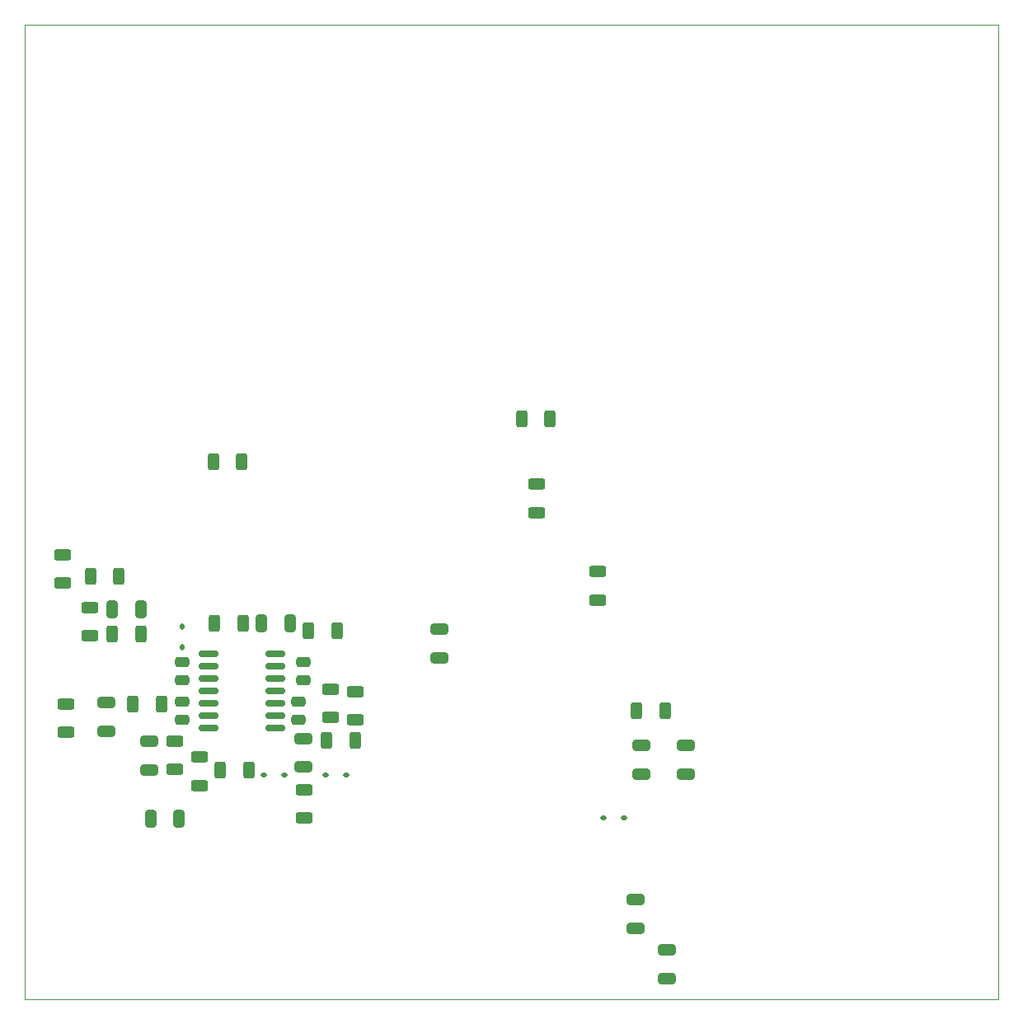
<source format=gbr>
%TF.GenerationSoftware,KiCad,Pcbnew,8.0.0*%
%TF.CreationDate,2024-02-29T12:59:18+01:00*%
%TF.ProjectId,G1-ALC,47312d41-4c43-42e6-9b69-6361645f7063,rev?*%
%TF.SameCoordinates,Original*%
%TF.FileFunction,Paste,Top*%
%TF.FilePolarity,Positive*%
%FSLAX46Y46*%
G04 Gerber Fmt 4.6, Leading zero omitted, Abs format (unit mm)*
G04 Created by KiCad (PCBNEW 8.0.0) date 2024-02-29 12:59:18*
%MOMM*%
%LPD*%
G01*
G04 APERTURE LIST*
G04 Aperture macros list*
%AMRoundRect*
0 Rectangle with rounded corners*
0 $1 Rounding radius*
0 $2 $3 $4 $5 $6 $7 $8 $9 X,Y pos of 4 corners*
0 Add a 4 corners polygon primitive as box body*
4,1,4,$2,$3,$4,$5,$6,$7,$8,$9,$2,$3,0*
0 Add four circle primitives for the rounded corners*
1,1,$1+$1,$2,$3*
1,1,$1+$1,$4,$5*
1,1,$1+$1,$6,$7*
1,1,$1+$1,$8,$9*
0 Add four rect primitives between the rounded corners*
20,1,$1+$1,$2,$3,$4,$5,0*
20,1,$1+$1,$4,$5,$6,$7,0*
20,1,$1+$1,$6,$7,$8,$9,0*
20,1,$1+$1,$8,$9,$2,$3,0*%
G04 Aperture macros list end*
%ADD10RoundRect,0.150000X-0.837500X-0.150000X0.837500X-0.150000X0.837500X0.150000X-0.837500X0.150000X0*%
%ADD11RoundRect,0.250000X0.650000X-0.325000X0.650000X0.325000X-0.650000X0.325000X-0.650000X-0.325000X0*%
%ADD12RoundRect,0.250000X-0.650000X0.325000X-0.650000X-0.325000X0.650000X-0.325000X0.650000X0.325000X0*%
%ADD13RoundRect,0.250000X-0.325000X-0.650000X0.325000X-0.650000X0.325000X0.650000X-0.325000X0.650000X0*%
%ADD14RoundRect,0.250000X0.325000X0.650000X-0.325000X0.650000X-0.325000X-0.650000X0.325000X-0.650000X0*%
%ADD15RoundRect,0.250000X-0.625000X0.312500X-0.625000X-0.312500X0.625000X-0.312500X0.625000X0.312500X0*%
%ADD16RoundRect,0.250000X-0.312500X-0.625000X0.312500X-0.625000X0.312500X0.625000X-0.312500X0.625000X0*%
%ADD17RoundRect,0.250000X0.625000X-0.312500X0.625000X0.312500X-0.625000X0.312500X-0.625000X-0.312500X0*%
%ADD18RoundRect,0.250000X0.312500X0.625000X-0.312500X0.625000X-0.312500X-0.625000X0.312500X-0.625000X0*%
%ADD19RoundRect,0.250000X0.475000X-0.250000X0.475000X0.250000X-0.475000X0.250000X-0.475000X-0.250000X0*%
%ADD20RoundRect,0.112500X-0.187500X-0.112500X0.187500X-0.112500X0.187500X0.112500X-0.187500X0.112500X0*%
%ADD21RoundRect,0.112500X0.187500X0.112500X-0.187500X0.112500X-0.187500X-0.112500X0.187500X-0.112500X0*%
%ADD22RoundRect,0.250000X-0.475000X0.250000X-0.475000X-0.250000X0.475000X-0.250000X0.475000X0.250000X0*%
%ADD23RoundRect,0.112500X0.112500X-0.187500X0.112500X0.187500X-0.112500X0.187500X-0.112500X-0.187500X0*%
%TA.AperFunction,Profile*%
%ADD24C,0.100000*%
%TD*%
G04 APERTURE END LIST*
D10*
%TO.C,U102*%
X68867500Y-89611367D03*
X68867500Y-90881367D03*
X68867500Y-92151367D03*
X68867500Y-93421367D03*
X68867500Y-94691367D03*
X68867500Y-95961367D03*
X68867500Y-97231367D03*
X75792500Y-97231367D03*
X75792500Y-95961367D03*
X75792500Y-94691367D03*
X75792500Y-93421367D03*
X75792500Y-92151367D03*
X75792500Y-90881367D03*
X75792500Y-89611367D03*
%TD*%
D11*
%TO.C,C106*%
X112776000Y-117807000D03*
X112776000Y-114857000D03*
%TD*%
D12*
%TO.C,C120*%
X62770000Y-98600000D03*
X62770000Y-101550000D03*
%TD*%
%TO.C,C118*%
X58404896Y-94646428D03*
X58404896Y-97596428D03*
%TD*%
%TO.C,C121*%
X113317476Y-99051500D03*
X113317476Y-102001500D03*
%TD*%
%TO.C,C109*%
X116000000Y-120025000D03*
X116000000Y-122975000D03*
%TD*%
D13*
%TO.C,C116*%
X74305000Y-86475367D03*
X77255000Y-86475367D03*
%TD*%
D12*
%TO.C,C113*%
X117889476Y-99051500D03*
X117889476Y-102001500D03*
%TD*%
D11*
%TO.C,C108*%
X92620000Y-90025000D03*
X92620000Y-87075000D03*
%TD*%
D12*
%TO.C,C111*%
X78680000Y-98296367D03*
X78680000Y-101246367D03*
%TD*%
D13*
%TO.C,C115*%
X58995000Y-85019867D03*
X61945000Y-85019867D03*
%TD*%
D14*
%TO.C,C110*%
X65885000Y-106530000D03*
X62935000Y-106530000D03*
%TD*%
D15*
%TO.C,R125*%
X65430000Y-98573000D03*
X65430000Y-101498000D03*
%TD*%
D16*
%TO.C,R128*%
X69377500Y-69870000D03*
X72302500Y-69870000D03*
%TD*%
%TO.C,R117*%
X56763500Y-81645367D03*
X59688500Y-81645367D03*
%TD*%
D15*
%TO.C,R112*%
X84014000Y-93482867D03*
X84014000Y-96407867D03*
%TD*%
D17*
%TO.C,R121*%
X67940000Y-103142500D03*
X67940000Y-100217500D03*
%TD*%
%TO.C,R116*%
X56680000Y-87792367D03*
X56680000Y-84867367D03*
%TD*%
D16*
%TO.C,R114*%
X112870976Y-95446500D03*
X115795976Y-95446500D03*
%TD*%
D18*
%TO.C,R120*%
X82068500Y-87237367D03*
X79143500Y-87237367D03*
%TD*%
D16*
%TO.C,R118*%
X59007500Y-87559867D03*
X61932500Y-87559867D03*
%TD*%
D18*
%TO.C,R106*%
X103962500Y-65500000D03*
X101037500Y-65500000D03*
%TD*%
%TO.C,R111*%
X83952500Y-98501367D03*
X81027500Y-98501367D03*
%TD*%
D16*
%TO.C,R126*%
X70087500Y-101549867D03*
X73012500Y-101549867D03*
%TD*%
D15*
%TO.C,R115*%
X53940000Y-79447367D03*
X53940000Y-82372367D03*
%TD*%
%TO.C,R301*%
X108890000Y-81157500D03*
X108890000Y-84082500D03*
%TD*%
D16*
%TO.C,R119*%
X69491500Y-86475367D03*
X72416500Y-86475367D03*
%TD*%
D17*
%TO.C,R108*%
X102560000Y-75112500D03*
X102560000Y-72187500D03*
%TD*%
%TO.C,R127*%
X78710000Y-106472367D03*
X78710000Y-103547367D03*
%TD*%
D15*
%TO.C,R113*%
X81474000Y-93228867D03*
X81474000Y-96153867D03*
%TD*%
D16*
%TO.C,R124*%
X61147500Y-94789867D03*
X64072500Y-94789867D03*
%TD*%
D15*
%TO.C,R122*%
X54296000Y-94752867D03*
X54296000Y-97677867D03*
%TD*%
D19*
%TO.C,C114*%
X66234000Y-92339367D03*
X66234000Y-90439367D03*
%TD*%
D20*
%TO.C,D122*%
X74582000Y-102057367D03*
X76682000Y-102057367D03*
%TD*%
D21*
%TO.C,D124*%
X111550000Y-106500000D03*
X109450000Y-106500000D03*
%TD*%
D22*
%TO.C,C112*%
X78172000Y-94503367D03*
X78172000Y-96403367D03*
%TD*%
D21*
%TO.C,D121*%
X83032000Y-102057367D03*
X80932000Y-102057367D03*
%TD*%
D23*
%TO.C,D123*%
X66210000Y-88899867D03*
X66210000Y-86799867D03*
%TD*%
D19*
%TO.C,C117*%
X78680000Y-92339367D03*
X78680000Y-90439367D03*
%TD*%
D22*
%TO.C,C119*%
X66234000Y-94503367D03*
X66234000Y-96403367D03*
%TD*%
D24*
X50034000Y-25000000D02*
X150000000Y-25000000D01*
X150000000Y-125076000D01*
X50034000Y-125076000D01*
X50034000Y-25000000D01*
M02*

</source>
